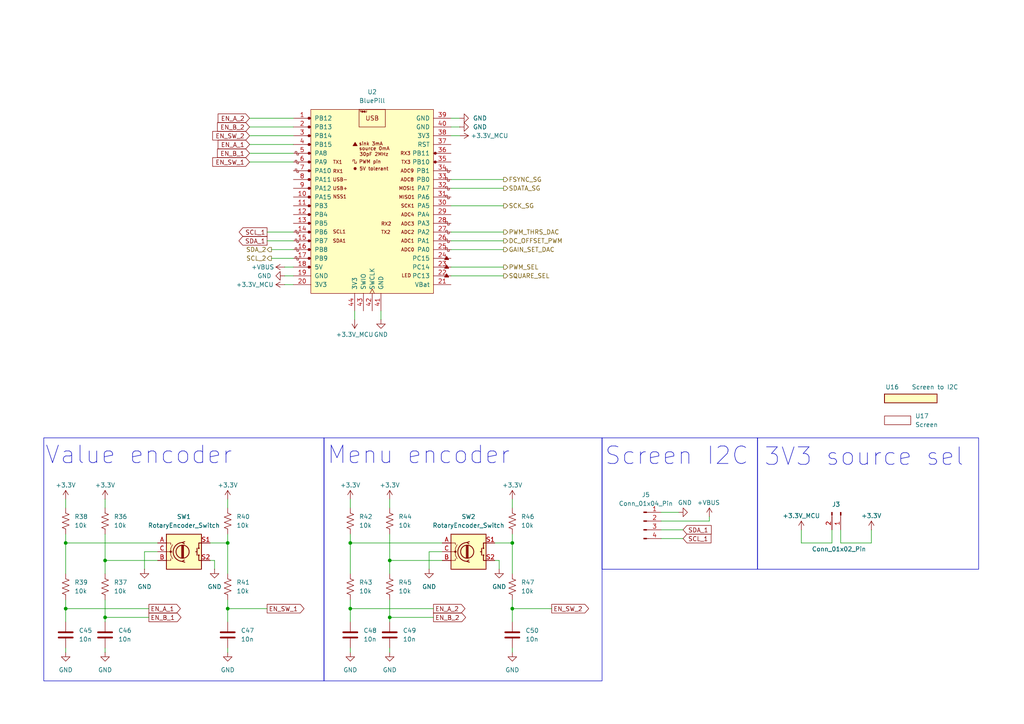
<source format=kicad_sch>
(kicad_sch (version 20231120) (generator "eeschema") (generator_version "8.0")
  (paper "A4")
  (lib_symbols
    (symbol "Connector:Conn_01x02_Pin" (pin_names (offset 1.016) hide)
      (property "Reference" "J" (at 0 2.54 0))
      (property "Value" "Conn_01x02_Pin" (at 0 -5.08 0))
      (symbol "Conn_01x02_Pin_1_1"
        (polyline (pts (xy 1.27 -2.54) (xy 0.8636 -2.54)) (stroke (width 0.1524)))
        (polyline (pts (xy 1.27 0) (xy 0.8636 0)) (stroke (width 0.1524)))
        (rectangle (start 0.8636 -2.413) (end 0 -2.667) (stroke (width 0.1524)) (fill (type outline)))
        (rectangle (start 0.8636 0.127) (end 0 -0.127) (stroke (width 0.1524)) (fill (type outline)))
        (pin passive line (at 5.08 0 180) (length 3.81) (name "Pin_1") (number "1"))
        (pin passive line (at 5.08 -2.54 180) (length 3.81) (name "Pin_2") (number "2"))
      )
    )
    (symbol "Connector:Conn_01x04_Pin" (pin_names (offset 1.016) hide)
      (property "Reference" "J" (at 0 5.08 0))
      (property "Value" "Conn_01x04_Pin" (at 0 -7.62 0))
      (symbol "Conn_01x04_Pin_1_1"
        (polyline (pts (xy 1.27 -5.08) (xy 0.8636 -5.08)) (stroke (width 0.1524)))
        (polyline (pts (xy 1.27 -2.54) (xy 0.8636 -2.54)) (stroke (width 0.1524)))
        (polyline (pts (xy 1.27 0) (xy 0.8636 0)) (stroke (width 0.1524)))
        (polyline (pts (xy 1.27 2.54) (xy 0.8636 2.54)) (stroke (width 0.1524)))
        (rectangle (start 0.8636 -4.953) (end 0 -5.207) (stroke (width 0.1524)) (fill (type outline)))
        (rectangle (start 0.8636 -2.413) (end 0 -2.667) (stroke (width 0.1524)) (fill (type outline)))
        (rectangle (start 0.8636 0.127) (end 0 -0.127) (stroke (width 0.1524)) (fill (type outline)))
        (rectangle (start 0.8636 2.667) (end 0 2.413) (stroke (width 0.1524)) (fill (type outline)))
        (pin passive line (at 5.08 2.54 180) (length 3.81) (name "Pin_1") (number "1"))
        (pin passive line (at 5.08 0 180) (length 3.81) (name "Pin_2") (number "2"))
        (pin passive line (at 5.08 -2.54 180) (length 3.81) (name "Pin_3") (number "3"))
        (pin passive line (at 5.08 -5.08 180) (length 3.81) (name "Pin_4") (number "4"))
      )
    )
    (symbol "Device:C" (pin_numbers hide) (pin_names (offset 0.254))
      (property "Reference" "C" (at 0.635 2.54 0))
      (property "Value" "C" (at 0.635 -2.54 0))
      (symbol "C_0_1"
        (polyline (pts (xy -2.032 -0.762) (xy 2.032 -0.762)) (stroke (width 0.508)))
        (polyline (pts (xy -2.032 0.762) (xy 2.032 0.762)) (stroke (width 0.508)))
      )
      (symbol "C_1_1"
        (pin passive line (at 0 3.81 270) (length 2.794) (name "~") (number "1"))
        (pin passive line (at 0 -3.81 90) (length 2.794) (name "~") (number "2"))
      )
    )
    (symbol "Device:R_US" (pin_numbers hide) (pin_names (offset 0))
      (property "Reference" "R" (at 2.54 0 90))
      (property "Value" "R_US" (at -2.54 0 90))
      (symbol "R_US_0_1"
        (polyline (pts (xy 0 -2.286) (xy 0 -2.54)))
        (polyline (pts (xy 0 2.286) (xy 0 2.54)))
        (polyline (pts (xy 0 -0.762) (xy 1.016 -1.143) (xy 0 -1.524) (xy -1.016 -1.905) (xy 0 -2.286)))
        (polyline (pts (xy 0 0.762) (xy 1.016 0.381) (xy 0 0) (xy -1.016 -0.381) (xy 0 -0.762)))
        (polyline (pts (xy 0 2.286) (xy 1.016 1.905) (xy 0 1.524) (xy -1.016 1.143) (xy 0 0.762)))
      )
      (symbol "R_US_1_1"
        (pin passive line (at 0 3.81 270) (length 1.27) (name "~") (number "1"))
        (pin passive line (at 0 -3.81 90) (length 1.27) (name "~") (number "2"))
      )
    )
    (symbol "PSG:20x4_screen"
      (property "Reference" "U" (at 0.762 1.27 0))
      (property "Value" "Screen" (at 3.048 -1.27 0))
      (symbol "20x4_screen_0_1"
        (rectangle (start 0 -2.54) (end 7.62 -5.08))
      )
    )
    (symbol "PSG:BluePill" (pin_names (offset 1.016))
      (property "Reference" "U" (at -15.24 27.94 0))
      (property "Value" "BluePill" (at 7.62 27.686 0))
      (symbol "BluePill_0_0"
        (circle (center -18.288 -20.32) (radius 0.3556) (fill (type outline)))
        (circle (center -18.288 -17.78) (radius 0.3556) (fill (type outline)))
        (circle (center -18.288 -15.24) (radius 0.3556) (fill (type outline)))
        (circle (center -18.288 -12.7) (radius 0.3556) (fill (type outline)))
        (circle (center -18.288 -10.16) (radius 0.3556) (fill (type outline)))
        (circle (center -18.288 -7.62) (radius 0.3556) (fill (type outline)))
        (circle (center -18.288 -5.08) (radius 0.3556) (fill (type outline)))
        (circle (center -18.288 -2.54) (radius 0.3556) (fill (type outline)))
        (circle (center -18.288 0) (radius 0.3556) (fill (type outline)))
        (circle (center -18.288 2.54) (radius 0.3556) (fill (type outline)))
        (circle (center -18.288 5.08) (radius 0.3556) (fill (type outline)))
        (circle (center -18.288 7.62) (radius 0.3556) (fill (type outline)))
        (circle (center -18.288 10.16) (radius 0.3556) (fill (type outline)))
        (circle (center -18.288 12.7) (radius 0.3556) (fill (type outline)))
        (circle (center -18.288 15.24) (radius 0.3556) (fill (type outline)))
        (circle (center -18.288 17.78) (radius 0.3556) (fill (type outline)))
        (circle (center -18.288 22.86) (radius 0.3556) (fill (type outline)))
        (circle (center -4.953 8.255) (radius 0.127) (fill (type outline)))
        (circle (center -4.953 8.255) (radius 0.254))
        (circle (center -4.953 8.255) (radius 0.3556))
        (polyline (pts (xy -5.588 14.859) (xy -4.953 15.875) (xy -4.318 14.859) (xy -5.588 14.859) (xy -4.953 15.748) (xy -4.445 14.859) (xy -5.461 14.986) (xy -4.953 15.621) (xy -4.572 14.859) (xy -5.334 15.113) (xy -4.826 15.494) (xy -4.699 14.859) (xy -5.207 15.24) (xy -4.699 15.367) (xy -4.826 14.986) (xy -5.08 15.24) (xy -4.826 15.113) (xy -4.953 15.367)))
        (polyline (pts (xy 20.955 -23.241) (xy 21.59 -22.225) (xy 22.225 -23.241) (xy 20.955 -23.241) (xy 21.59 -22.352) (xy 22.098 -23.241) (xy 21.082 -23.114) (xy 21.59 -22.479) (xy 21.971 -23.241) (xy 21.209 -22.987) (xy 21.717 -22.606) (xy 21.844 -23.241) (xy 21.336 -22.86) (xy 21.844 -22.733) (xy 21.717 -23.114) (xy 21.463 -22.86) (xy 21.717 -22.987) (xy 21.59 -22.733)))
        (polyline (pts (xy 20.955 -20.701) (xy 21.59 -19.685) (xy 22.225 -20.701) (xy 20.955 -20.701) (xy 21.59 -19.812) (xy 22.098 -20.701) (xy 21.082 -20.574) (xy 21.59 -19.939) (xy 21.971 -20.701) (xy 21.209 -20.447) (xy 21.717 -20.066) (xy 21.844 -20.701) (xy 21.336 -20.32) (xy 21.844 -20.193) (xy 21.717 -20.574) (xy 21.463 -20.32) (xy 21.717 -20.447) (xy 21.59 -20.193)))
        (polyline (pts (xy 20.955 -18.161) (xy 21.59 -17.145) (xy 22.225 -18.161) (xy 20.955 -18.161) (xy 21.59 -17.272) (xy 22.098 -18.161) (xy 21.082 -18.034) (xy 21.59 -17.399) (xy 21.971 -18.161) (xy 21.209 -17.907) (xy 21.717 -17.526) (xy 21.844 -18.161) (xy 21.336 -17.78) (xy 21.844 -17.653) (xy 21.717 -18.034) (xy 21.463 -17.78) (xy 21.717 -17.907) (xy 21.59 -17.653)))
        (circle (center 18.288 10.16) (radius 0.254) (fill (type outline)))
        (circle (center 18.288 10.16) (radius 0.3556))
        (circle (center 18.288 12.7) (radius 0.254) (fill (type outline)))
        (circle (center 18.288 12.7) (radius 0.3556))
        (text "30pF 2MHz" (at 0.508 12.446 0) (effects (font (size 0.9906 0.9906))))
        (text "5V tolerant" (at 0.508 8.255 0) (effects (font (size 0.9906 0.9906))))
        (text "ADC0" (at 10.287 -15.24 0) (effects (font (size 0.9906 0.9906))))
        (text "ADC1" (at 10.287 -12.7 0) (effects (font (size 0.9906 0.9906))))
        (text "ADC2" (at 10.287 -10.16 0) (effects (font (size 0.9906 0.9906))))
        (text "ADC3" (at 10.287 -7.747 0) (effects (font (size 0.9906 0.9906))))
        (text "ADC4" (at 10.287 -5.08 0) (effects (font (size 0.9906 0.9906))))
        (text "ADC8" (at 10.16 5.08 0) (effects (font (size 0.9906 0.9906))))
        (text "ADC9" (at 10.16 7.62 0) (effects (font (size 0.9906 0.9906))))
        (text "LED" (at 9.906 -22.733 0) (effects (font (size 0.9906 0.9906))))
        (text "MISO1" (at 10.033 0 0) (effects (font (size 0.9906 0.9906))))
        (text "MOSI1" (at 10.033 2.54 0) (effects (font (size 0.9906 0.9906))))
        (text "NSS1" (at -9.398 0.127 0) (effects (font (size 0.9906 0.9906))))
        (text "PWM pin" (at -0.635 10.287 0) (effects (font (size 0.9906 0.9906))))
        (text "RX1" (at -9.906 7.493 0) (effects (font (size 0.9906 0.9906))))
        (text "RX2" (at 4.064 -7.747 0) (effects (font (size 0.9906 0.9906))))
        (text "RX3" (at 9.652 12.7 0) (effects (font (size 0.9906 0.9906))))
        (text "SCK1" (at 10.287 -2.54 0) (effects (font (size 0.9906 0.9906))))
        (text "SCL1" (at -9.525 -10.033 0) (effects (font (size 0.9906 0.9906))))
        (text "SDA1" (at -9.525 -12.7 0) (effects (font (size 0.9906 0.9906))))
        (text "sink 3mA" (at -0.381 15.494 0) (effects (font (size 0.9906 0.9906))))
        (text "source 0mA" (at 0.635 14.097 0) (effects (font (size 0.9906 0.9906))))
        (text "TX1" (at -10.033 10.16 0) (effects (font (size 0.9906 0.9906))))
        (text "TX2" (at 3.937 -10.16 0) (effects (font (size 0.9906 0.9906))))
        (text "TX3" (at 9.779 10.16 0) (effects (font (size 0.9906 0.9906))))
        (text "USB" (at 0 22.86 0) (effects (font (size 1.27 1.27))))
        (text "USB+" (at -9.271 2.54 0) (effects (font (size 0.9906 0.9906))))
        (text "USB-" (at -9.271 5.08 0) (effects (font (size 0.9906 0.9906))))
        (text "Y@@J" (at -2.5654 24.8412 0) (effects (font (size 0.508 0.508))))
      )
      (symbol "BluePill_0_1"
        (rectangle (start -17.78 25.4) (end 17.78 -27.94) (fill (type background)))
        (polyline (pts (xy -21.336 -17.78) (xy -21.336 -18.288) (xy -21.844 -18.288) (xy -21.844 -17.272) (xy -22.352 -17.272) (xy -22.352 -17.78)))
        (polyline (pts (xy -21.336 -15.24) (xy -21.336 -15.748) (xy -21.844 -15.748) (xy -21.844 -14.732) (xy -22.352 -14.732) (xy -22.352 -15.24)))
        (polyline (pts (xy -21.336 -12.7) (xy -21.336 -13.208) (xy -21.844 -13.208) (xy -21.844 -12.192) (xy -22.352 -12.192) (xy -22.352 -12.7)))
        (polyline (pts (xy -21.336 -10.16) (xy -21.336 -10.668) (xy -21.844 -10.668) (xy -21.844 -9.652) (xy -22.352 -9.652) (xy -22.352 -10.16)))
        (polyline (pts (xy -21.336 7.62) (xy -21.336 7.112) (xy -21.844 7.112) (xy -21.844 8.128) (xy -22.352 8.128) (xy -22.352 7.62)))
        (polyline (pts (xy -21.336 10.16) (xy -21.336 9.652) (xy -21.844 9.652) (xy -21.844 10.668) (xy -22.352 10.668) (xy -22.352 10.16)))
        (polyline (pts (xy -21.336 12.7) (xy -21.336 12.192) (xy -21.844 12.192) (xy -21.844 13.208) (xy -22.352 13.208) (xy -22.352 12.7)))
        (polyline (pts (xy -4.572 10.287) (xy -4.572 9.779) (xy -5.08 9.779) (xy -5.08 10.795) (xy -5.588 10.795) (xy -5.588 10.287)))
        (polyline (pts (xy 22.352 -15.24) (xy 22.352 -15.748) (xy 21.844 -15.748) (xy 21.844 -14.732) (xy 21.336 -14.732) (xy 21.336 -15.24)))
        (polyline (pts (xy 22.352 -12.7) (xy 22.352 -13.208) (xy 21.844 -13.208) (xy 21.844 -12.192) (xy 21.336 -12.192) (xy 21.336 -12.7)))
        (polyline (pts (xy 22.352 -10.16) (xy 22.352 -10.668) (xy 21.844 -10.668) (xy 21.844 -9.652) (xy 21.336 -9.652) (xy 21.336 -10.16)))
        (polyline (pts (xy 22.352 -7.62) (xy 22.352 -8.128) (xy 21.844 -8.128) (xy 21.844 -7.112) (xy 21.336 -7.112) (xy 21.336 -7.62)))
        (polyline (pts (xy 22.352 0) (xy 22.352 -0.508) (xy 21.844 -0.508) (xy 21.844 0.508) (xy 21.336 0.508) (xy 21.336 0)))
        (polyline (pts (xy 22.352 2.54) (xy 22.352 2.032) (xy 21.844 2.032) (xy 21.844 3.048) (xy 21.336 3.048) (xy 21.336 2.54)))
        (polyline (pts (xy 22.352 5.08) (xy 22.352 4.572) (xy 21.844 4.572) (xy 21.844 5.588) (xy 21.336 5.588) (xy 21.336 5.08)))
        (polyline (pts (xy 22.352 7.62) (xy 22.352 7.112) (xy 21.844 7.112) (xy 21.844 8.128) (xy 21.336 8.128) (xy 21.336 7.62)))
        (rectangle (start 3.81 25.4) (end -3.81 20.32))
      )
      (symbol "BluePill_1_1"
        (circle (center -18.288 20.32) (radius 0.3556) (fill (type outline)))
        (pin bidirectional line (at -22.86 22.86 0) (length 5.08) (name "PB12") (number "1"))
        (pin bidirectional line (at -22.86 0 0) (length 5.08) (name "PA15") (number "10"))
        (pin bidirectional line (at -22.86 -2.54 0) (length 5.08) (name "PB3") (number "11"))
        (pin bidirectional line (at -22.86 -5.08 0) (length 5.08) (name "PB4") (number "12"))
        (pin bidirectional line (at -22.86 -7.62 0) (length 5.08) (name "PB5") (number "13"))
        (pin bidirectional line (at -22.86 -10.16 0) (length 5.08) (name "PB6") (number "14"))
        (pin bidirectional line (at -22.86 -12.7 0) (length 5.08) (name "PB7") (number "15"))
        (pin bidirectional line (at -22.86 -15.24 0) (length 5.08) (name "PB8") (number "16"))
        (pin bidirectional line (at -22.86 -17.78 0) (length 5.08) (name "PB9") (number "17"))
        (pin power_in line (at -22.86 -20.32 0) (length 5.08) (name "5V") (number "18"))
        (pin power_in line (at -22.86 -22.86 0) (length 5.08) (name "GND") (number "19"))
        (pin bidirectional line (at -22.86 20.32 0) (length 5.08) (name "PB13") (number "2"))
        (pin power_in line (at -22.86 -25.4 0) (length 5.08) (name "3V3") (number "20"))
        (pin power_in line (at 22.86 -25.4 180) (length 5.08) (name "VBat") (number "21"))
        (pin bidirectional line (at 22.86 -22.86 180) (length 5.08) (name "PC13") (number "22"))
        (pin bidirectional line (at 22.86 -20.32 180) (length 5.08) (name "PC14") (number "23"))
        (pin bidirectional line (at 22.86 -17.78 180) (length 5.08) (name "PC15") (number "24"))
        (pin bidirectional line (at 22.86 -15.24 180) (length 5.08) (name "PA0") (number "25"))
        (pin bidirectional line (at 22.86 -12.7 180) (length 5.08) (name "PA1") (number "26"))
        (pin bidirectional line (at 22.86 -10.16 180) (length 5.08) (name "PA2") (number "27"))
        (pin bidirectional line (at 22.86 -7.62 180) (length 5.08) (name "PA3") (number "28"))
        (pin bidirectional line (at 22.86 -5.08 180) (length 5.08) (name "PA4") (number "29"))
        (pin bidirectional line (at -22.86 17.78 0) (length 5.08) (name "PB14") (number "3"))
        (pin bidirectional line (at 22.86 -2.54 180) (length 5.08) (name "PA5") (number "30"))
        (pin bidirectional line (at 22.86 0 180) (length 5.08) (name "PA6") (number "31"))
        (pin bidirectional line (at 22.86 2.54 180) (length 5.08) (name "PA7") (number "32"))
        (pin bidirectional line (at 22.86 5.08 180) (length 5.08) (name "PB0") (number "33"))
        (pin bidirectional line (at 22.86 7.62 180) (length 5.08) (name "PB1") (number "34"))
        (pin bidirectional line (at 22.86 10.16 180) (length 5.08) (name "PB10") (number "35"))
        (pin bidirectional line (at 22.86 12.7 180) (length 5.08) (name "PB11") (number "36"))
        (pin input line (at 22.86 15.24 180) (length 5.08) (name "RST") (number "37"))
        (pin power_in line (at 22.86 17.78 180) (length 5.08) (name "3V3") (number "38"))
        (pin power_in line (at 22.86 22.86 180) (length 5.08) (name "GND") (number "39"))
        (pin bidirectional line (at -22.86 15.24 0) (length 5.08) (name "PB15") (number "4"))
        (pin power_in line (at 22.86 20.32 180) (length 5.08) (name "GND") (number "40"))
        (pin power_in line (at 2.54 -33.02 90) (length 5.08) (name "GND") (number "41"))
        (pin bidirectional clock (at 0 -33.02 90) (length 5.08) (name "SWCLK") (number "42"))
        (pin bidirectional line (at -2.54 -33.02 90) (length 5.08) (name "SWIO") (number "43"))
        (pin power_in line (at -5.08 -33.02 90) (length 5.08) (name "3V3") (number "44"))
        (pin bidirectional line (at -22.86 12.7 0) (length 5.08) (name "PA8") (number "5"))
        (pin bidirectional line (at -22.86 10.16 0) (length 5.08) (name "PA9") (number "6"))
        (pin bidirectional line (at -22.86 7.62 0) (length 5.08) (name "PA10") (number "7"))
        (pin bidirectional line (at -22.86 5.08 0) (length 5.08) (name "PA11") (number "8"))
        (pin bidirectional line (at -22.86 2.54 0) (length 5.08) (name "PA12") (number "9"))
      )
    )
    (symbol "PSG:RotaryEncoder_Switch" (pin_names (offset 0.254) hide)
      (property "Reference" "SW" (at 0 6.604 0))
      (property "Value" "RotaryEncoder_Switch" (at 0 -6.604 0))
      (symbol "RotaryEncoder_Switch_0_1"
        (rectangle (start -5.08 5.08) (end 5.08 -5.08) (stroke (width 0.254)) (fill (type background)))
        (circle (center -3.81 0) (radius 0.254) (fill (type outline)))
        (circle (center -0.381 0) (radius 1.905) (stroke (width 0.254)))
        (arc (start -0.381 2.667) (mid -3.0988 -0.0635) (end -0.381 -2.794) (stroke (width 0.254)))
        (polyline (pts (xy -0.635 -1.778) (xy -0.635 1.778)) (stroke (width 0.254)))
        (polyline (pts (xy -0.381 -1.778) (xy -0.381 1.778)) (stroke (width 0.254)))
        (polyline (pts (xy -0.127 1.778) (xy -0.127 -1.778)) (stroke (width 0.254)))
        (polyline (pts (xy 3.81 0) (xy 3.429 0)) (stroke (width 0.254)))
        (polyline (pts (xy 3.81 1.016) (xy 3.81 -1.016)) (stroke (width 0.254)))
        (polyline (pts (xy -5.08 -2.54) (xy -3.81 -2.54) (xy -3.81 -2.032)))
        (polyline (pts (xy -5.08 2.54) (xy -3.81 2.54) (xy -3.81 2.032)))
        (polyline (pts (xy 0.254 -3.048) (xy -0.508 -2.794) (xy 0.127 -2.413)) (stroke (width 0.254)))
        (polyline (pts (xy 0.254 2.921) (xy -0.508 2.667) (xy 0.127 2.286)) (stroke (width 0.254)))
        (polyline (pts (xy 5.08 -2.54) (xy 4.318 -2.54) (xy 4.318 -1.016)) (stroke (width 0.254)))
        (polyline (pts (xy 5.08 2.54) (xy 4.318 2.54) (xy 4.318 1.016)) (stroke (width 0.254)))
        (polyline (pts (xy -5.08 0) (xy -3.81 0) (xy -3.81 -1.016) (xy -3.302 -2.032)))
        (polyline (pts (xy -4.318 0) (xy -3.81 0) (xy -3.81 1.016) (xy -3.302 2.032)))
        (circle (center 4.318 -1.016) (radius 0.127) (stroke (width 0.254)))
        (circle (center 4.318 1.016) (radius 0.127) (stroke (width 0.254)))
      )
      (symbol "RotaryEncoder_Switch_1_1"
        (pin passive line (at -7.62 2.54 0) (length 2.54) (name "A") (number "A"))
        (pin passive line (at -7.62 -2.54 0) (length 2.54) (name "B") (number "B"))
        (pin passive line (at -7.62 0 0) (length 2.54) (name "C") (number "C"))
        (pin passive line (at 7.62 2.54 180) (length 2.54) (name "S1") (number "S1"))
        (pin passive line (at 7.62 -2.54 180) (length 2.54) (name "S2") (number "S2"))
      )
    )
    (symbol "PSG:Screen_to_I2C"
      (property "Reference" "U" (at 0.508 4.572 0))
      (symbol "Screen_to_I2C_0_1"
        (rectangle (start 0 0) (end 15.24 -2.54) (stroke (width 0.254)) (fill (type background)))
      )
    )
    (symbol "power:+5V" (power) (pin_numbers hide) (pin_names (offset 0) hide)
      (property "Value" "+5V" (at 0 3.556 0))
      (symbol "+5V_0_1"
        (polyline (pts (xy -0.762 1.27) (xy 0 2.54)))
        (polyline (pts (xy 0 0) (xy 0 2.54)))
        (polyline (pts (xy 0 2.54) (xy 0.762 1.27)))
      )
      (symbol "+5V_1_1"
        (pin power_in line (at 0 0 90) (length 0) (name "~") (number "1"))
      )
    )
    (symbol "power:GND" (power) (pin_numbers hide) (pin_names (offset 0) hide)
      (property "Value" "GND" (at 0 -3.81 0))
      (symbol "GND_0_1"
        (polyline (pts (xy 0 0) (xy 0 -1.27) (xy 1.27 -1.27) (xy 0 -2.54) (xy -1.27 -1.27) (xy 0 -1.27)))
      )
      (symbol "GND_1_1"
        (pin power_in line (at 0 0 270) (length 0) (name "~") (number "1"))
      )
    )
  )
  (junction (at 30.48 162.56))
  (junction (at 101.6 157.48))
  (junction (at 30.48 179.07))
  (junction (at 66.04 157.48))
  (junction (at 113.03 179.07))
  (junction (at 19.05 157.48))
  (junction (at 113.03 162.56))
  (junction (at 148.59 176.53))
  (junction (at 19.05 176.53))
  (junction (at 101.6 176.53))
  (junction (at 66.04 176.53))
  (junction (at 148.59 157.48))
  (wire (pts (xy 113.03 147.32) (xy 113.03 144.78)))
  (wire (pts (xy 30.48 179.07) (xy 30.48 180.34)))
  (wire (pts (xy 77.47 69.85) (xy 85.09 69.85)))
  (wire (pts (xy 130.81 69.85) (xy 146.05 69.85)))
  (wire (pts (xy 66.04 176.53) (xy 66.04 180.34)))
  (wire (pts (xy 148.59 187.96) (xy 148.59 189.23)))
  (wire (pts (xy 110.49 92.71) (xy 110.49 90.17)))
  (wire (pts (xy 148.59 176.53) (xy 160.02 176.53)))
  (wire (pts (xy 113.03 162.56) (xy 113.03 166.37)))
  (wire (pts (xy 130.81 80.01) (xy 146.05 80.01)))
  (wire (pts (xy 148.59 147.32) (xy 148.59 144.78)))
  (wire (pts (xy 241.3 153.67) (xy 241.3 157.48)))
  (wire (pts (xy 30.48 162.56) (xy 30.48 166.37)))
  (wire (pts (xy 30.48 179.07) (xy 43.18 179.07)))
  (wire (pts (xy 252.73 157.48) (xy 243.84 157.48)))
  (wire (pts (xy 78.74 72.39) (xy 85.09 72.39)))
  (wire (pts (xy 82.55 77.47) (xy 85.09 77.47)))
  (wire (pts (xy 82.55 80.01) (xy 85.09 80.01)))
  (wire (pts (xy 148.59 157.48) (xy 148.59 166.37)))
  (wire (pts (xy 232.41 157.48) (xy 232.41 153.67)))
  (wire (pts (xy 102.87 92.71) (xy 102.87 90.17)))
  (wire (pts (xy 62.23 162.56) (xy 62.23 165.1)))
  (wire (pts (xy 191.77 153.67) (xy 198.12 153.67)))
  (wire (pts (xy 30.48 187.96) (xy 30.48 189.23)))
  (wire (pts (xy 191.77 156.21) (xy 198.12 156.21)))
  (wire (pts (xy 19.05 147.32) (xy 19.05 144.78)))
  (wire (pts (xy 19.05 157.48) (xy 19.05 166.37)))
  (wire (pts (xy 72.39 34.29) (xy 85.09 34.29)))
  (wire (pts (xy 113.03 179.07) (xy 113.03 180.34)))
  (wire (pts (xy 30.48 173.99) (xy 30.48 179.07)))
  (wire (pts (xy 191.77 151.13) (xy 205.74 151.13)))
  (wire (pts (xy 124.46 160.02) (xy 128.27 160.02)))
  (wire (pts (xy 66.04 187.96) (xy 66.04 189.23)))
  (wire (pts (xy 101.6 157.48) (xy 128.27 157.48)))
  (wire (pts (xy 30.48 147.32) (xy 30.48 144.78)))
  (wire (pts (xy 143.51 157.48) (xy 148.59 157.48)))
  (wire (pts (xy 252.73 153.67) (xy 252.73 157.48)))
  (wire (pts (xy 19.05 176.53) (xy 43.18 176.53)))
  (wire (pts (xy 19.05 154.94) (xy 19.05 157.48)))
  (wire (pts (xy 72.39 44.45) (xy 85.09 44.45)))
  (wire (pts (xy 133.35 36.83) (xy 130.81 36.83)))
  (wire (pts (xy 77.47 67.31) (xy 85.09 67.31)))
  (wire (pts (xy 101.6 157.48) (xy 101.6 166.37)))
  (wire (pts (xy 241.3 157.48) (xy 232.41 157.48)))
  (wire (pts (xy 78.74 74.93) (xy 85.09 74.93)))
  (wire (pts (xy 72.39 36.83) (xy 85.09 36.83)))
  (wire (pts (xy 82.55 82.55) (xy 85.09 82.55)))
  (wire (pts (xy 66.04 176.53) (xy 77.47 176.53)))
  (wire (pts (xy 243.84 157.48) (xy 243.84 153.67)))
  (wire (pts (xy 19.05 173.99) (xy 19.05 176.53)))
  (wire (pts (xy 30.48 154.94) (xy 30.48 162.56)))
  (wire (pts (xy 205.74 149.86) (xy 205.74 151.13)))
  (wire (pts (xy 72.39 41.91) (xy 85.09 41.91)))
  (wire (pts (xy 101.6 176.53) (xy 125.73 176.53)))
  (wire (pts (xy 130.81 54.61) (xy 146.05 54.61)))
  (wire (pts (xy 113.03 187.96) (xy 113.03 189.23)))
  (wire (pts (xy 196.85 148.59) (xy 191.77 148.59)))
  (wire (pts (xy 113.03 162.56) (xy 128.27 162.56)))
  (wire (pts (xy 101.6 154.94) (xy 101.6 157.48)))
  (wire (pts (xy 101.6 176.53) (xy 101.6 180.34)))
  (wire (pts (xy 148.59 173.99) (xy 148.59 176.53)))
  (wire (pts (xy 19.05 187.96) (xy 19.05 189.23)))
  (wire (pts (xy 130.81 59.69) (xy 146.05 59.69)))
  (wire (pts (xy 19.05 157.48) (xy 45.72 157.48)))
  (wire (pts (xy 124.46 165.1) (xy 124.46 160.02)))
  (wire (pts (xy 130.81 67.31) (xy 146.05 67.31)))
  (wire (pts (xy 130.81 72.39) (xy 146.05 72.39)))
  (wire (pts (xy 101.6 173.99) (xy 101.6 176.53)))
  (wire (pts (xy 62.23 162.56) (xy 60.96 162.56)))
  (wire (pts (xy 41.91 165.1) (xy 41.91 160.02)))
  (wire (pts (xy 113.03 179.07) (xy 125.73 179.07)))
  (wire (pts (xy 72.39 39.37) (xy 85.09 39.37)))
  (wire (pts (xy 144.78 162.56) (xy 143.51 162.56)))
  (wire (pts (xy 130.81 52.07) (xy 146.05 52.07)))
  (wire (pts (xy 101.6 187.96) (xy 101.6 189.23)))
  (wire (pts (xy 133.35 34.29) (xy 130.81 34.29)))
  (wire (pts (xy 130.81 77.47) (xy 146.05 77.47)))
  (wire (pts (xy 66.04 157.48) (xy 66.04 166.37)))
  (wire (pts (xy 113.03 154.94) (xy 113.03 162.56)))
  (wire (pts (xy 66.04 154.94) (xy 66.04 157.48)))
  (wire (pts (xy 30.48 162.56) (xy 45.72 162.56)))
  (wire (pts (xy 101.6 147.32) (xy 101.6 144.78)))
  (wire (pts (xy 66.04 173.99) (xy 66.04 176.53)))
  (wire (pts (xy 148.59 176.53) (xy 148.59 180.34)))
  (wire (pts (xy 66.04 147.32) (xy 66.04 144.78)))
  (wire (pts (xy 72.39 46.99) (xy 85.09 46.99)))
  (wire (pts (xy 41.91 160.02) (xy 45.72 160.02)))
  (wire (pts (xy 133.35 39.37) (xy 130.81 39.37)))
  (wire (pts (xy 60.96 157.48) (xy 66.04 157.48)))
  (wire (pts (xy 113.03 173.99) (xy 113.03 179.07)))
  (wire (pts (xy 148.59 154.94) (xy 148.59 157.48)))
  (wire (pts (xy 19.05 176.53) (xy 19.05 180.34)))
  (wire (pts (xy 144.78 162.56) (xy 144.78 165.1)))
  (rectangle (start 219.71 127) (end 283.845 165.1))
  (rectangle (start 12.7 127) (end 93.98 197.485))
  (rectangle (start 174.625 127) (end 219.71 165.1))
  (rectangle (start 93.98 127) (end 174.625 197.485))
  (text "Screen I2C" (at 175.26 132.334 0) (effects (font (size 5.08 5.08)) (justify left)))
  (text "Menu encoder" (at 94.742 132.08 0) (effects (font (size 5.08 5.08)) (justify left)))
  (text "3V3 source sel" (at 221.488 132.588 0) (effects (font (size 5.08 5.08)) (justify left)))
  (text "Value encoder" (at 12.954 132.08 0) (effects (font (size 5.08 5.08)) (justify left)))
  (global_label "EN_B_2" (shape input) (at 72.39 36.83 180) (property "Intersheetrefs" "${INTERSHEET_REFS}" (effects (hide yes))))
  (global_label "EN_SW_2" (shape output) (at 160.02 176.53 0) (property "Intersheetrefs" "${INTERSHEET_REFS}" (effects (hide yes))))
  (global_label "EN_SW_1" (shape output) (at 77.47 176.53 0) (property "Intersheetrefs" "${INTERSHEET_REFS}" (effects (hide yes))))
  (global_label "SCL_1" (shape input) (at 198.12 156.21 0) (property "Intersheetrefs" "${INTERSHEET_REFS}" (effects (hide yes))))
  (global_label "EN_B_1" (shape output) (at 43.18 179.07 0) (property "Intersheetrefs" "${INTERSHEET_REFS}" (effects (hide yes))))
  (global_label "EN_A_2" (shape input) (at 72.39 34.29 180) (property "Intersheetrefs" "${INTERSHEET_REFS}" (effects (hide yes))))
  (global_label "EN_SW_1" (shape input) (at 72.39 46.99 180) (property "Intersheetrefs" "${INTERSHEET_REFS}" (effects (hide yes))))
  (global_label "EN_B_1" (shape input) (at 72.39 44.45 180) (property "Intersheetrefs" "${INTERSHEET_REFS}" (effects (hide yes))))
  (global_label "EN_A_1" (shape output) (at 43.18 176.53 0) (property "Intersheetrefs" "${INTERSHEET_REFS}" (effects (hide yes))))
  (global_label "SCL_1" (shape output) (at 77.47 67.31 180) (property "Intersheetrefs" "${INTERSHEET_REFS}" (effects (hide yes))))
  (global_label "EN_B_2" (shape output) (at 125.73 179.07 0) (property "Intersheetrefs" "${INTERSHEET_REFS}" (effects (hide yes))))
  (global_label "SDA_1" (shape output) (at 77.47 69.85 180) (property "Intersheetrefs" "${INTERSHEET_REFS}" (effects (hide yes))))
  (global_label "EN_SW_2" (shape input) (at 72.39 39.37 180) (property "Intersheetrefs" "${INTERSHEET_REFS}" (effects (hide yes))))
  (global_label "EN_A_2" (shape output) (at 125.73 176.53 0) (property "Intersheetrefs" "${INTERSHEET_REFS}" (effects (hide yes))))
  (global_label "SDA_1" (shape input) (at 198.12 153.67 0) (property "Intersheetrefs" "${INTERSHEET_REFS}" (effects (hide yes))))
  (global_label "EN_A_1" (shape input) (at 72.39 41.91 180) (property "Intersheetrefs" "${INTERSHEET_REFS}" (effects (hide yes))))
  (hierarchical_label "GAIN_SET_DAC" (shape output) (at 146.05 72.39 0))
  (hierarchical_label "SQUARE_SEL" (shape output) (at 146.05 80.01 0))
  (hierarchical_label "PWM_THRS_DAC" (shape output) (at 146.05 67.31 0))
  (hierarchical_label "SDA_2" (shape output) (at 78.74 72.39 180))
  (hierarchical_label "SDATA_SG" (shape output) (at 146.05 54.61 0))
  (hierarchical_label "FSYNC_SG" (shape output) (at 146.05 52.07 0))
  (hierarchical_label "DC_OFFSET_PWM" (shape output) (at 146.05 69.85 0))
  (hierarchical_label "SCK_SG" (shape output) (at 146.05 59.69 0))
  (hierarchical_label "SCL_2" (shape output) (at 78.74 74.93 180))
  (hierarchical_label "PWM_SEL" (shape output) (at 146.05 77.47 0))
  (symbol (lib_id "Connector:Conn_01x02_Pin") (at 243.84 148.59 270) (unit 1)
    (property "Reference" "J3" (at 241.3 146.304 90) (effects (justify left)))
    (property "Value" "Conn_01x02_Pin" (at 235.458 159.258 90) (effects (justify left)))
    (property "Footprint" "Connector_PinHeader_2.54mm:PinHeader_1x02_P2.54mm_Vertical" (effects (hide yes)))
    (property "Description" "Generic connector, single row, 01x02, script generated" (effects (hide yes)))
  )
  (symbol (lib_id "Device:R_US") (at 19.05 151.13 180) (unit 1)
    (property "Reference" "R38" (at 21.59 149.8599 0) (effects (justify right)))
    (property "Value" "10k" (at 21.59 152.3999 0) (effects (justify right)))
    (property "Footprint" "Resistor_SMD:R_0603_1608Metric_Pad0.98x0.95mm_HandSolder" (effects (hide yes)))
    (property "Description" "Resistor, US symbol" (effects (hide yes)))
  )
  (symbol (lib_id "Device:R_US") (at 19.05 170.18 180) (unit 1)
    (property "Reference" "R39" (at 21.59 168.9099 0) (effects (justify right)))
    (property "Value" "10k" (at 21.59 171.4499 0) (effects (justify right)))
    (property "Footprint" "Resistor_SMD:R_0603_1608Metric_Pad0.98x0.95mm_HandSolder" (effects (hide yes)))
    (property "Description" "Resistor, US symbol" (effects (hide yes)))
  )
  (symbol (lib_id "Device:C") (at 148.59 184.15 180) (unit 1)
    (property "Reference" "C50" (at 152.4 182.8799 0) (effects (justify right)))
    (property "Value" "10n" (at 152.4 185.4199 0) (effects (justify right)))
    (property "Footprint" "Resistor_SMD:R_0603_1608Metric_Pad0.98x0.95mm_HandSolder" (effects (hide yes)))
  )
  (symbol (lib_id "power:+5V") (at 205.74 149.86 0) (unit 1)
    (property "Reference" "#PWR0120" (effects (hide yes)))
    (property "Value" "+VBUS" (at 205.486 145.796 0))
    (property "Description" "Power symbol creates a global label with name \"+5V\"" (effects (hide yes)))
  )
  (symbol (lib_id "Device:C") (at 30.48 184.15 180) (unit 1)
    (property "Reference" "C46" (at 34.29 182.8799 0) (effects (justify right)))
    (property "Value" "10n" (at 34.29 185.4199 0) (effects (justify right)))
    (property "Footprint" "Resistor_SMD:R_0603_1608Metric_Pad0.98x0.95mm_HandSolder" (effects (hide yes)))
  )
  (symbol (lib_id "Device:R_US") (at 113.03 151.13 180) (unit 1)
    (property "Reference" "R44" (at 115.57 149.8599 0) (effects (justify right)))
    (property "Value" "10k" (at 115.57 152.3999 0) (effects (justify right)))
    (property "Footprint" "Resistor_SMD:R_0603_1608Metric_Pad0.98x0.95mm_HandSolder" (effects (hide yes)))
    (property "Description" "Resistor, US symbol" (effects (hide yes)))
  )
  (symbol (lib_id "Device:R_US") (at 66.04 151.13 180) (unit 1)
    (property "Reference" "R40" (at 68.58 149.8599 0) (effects (justify right)))
    (property "Value" "10k" (at 68.58 152.3999 0) (effects (justify right)))
    (property "Footprint" "Resistor_SMD:R_0603_1608Metric_Pad0.98x0.95mm_HandSolder" (effects (hide yes)))
    (property "Description" "Resistor, US symbol" (effects (hide yes)))
  )
  (symbol (lib_id "Device:C") (at 113.03 184.15 180) (unit 1)
    (property "Reference" "C49" (at 116.84 182.8799 0) (effects (justify right)))
    (property "Value" "10n" (at 116.84 185.4199 0) (effects (justify right)))
    (property "Footprint" "Resistor_SMD:R_0603_1608Metric_Pad0.98x0.95mm_HandSolder" (effects (hide yes)))
  )
  (symbol (lib_id "Device:R_US") (at 66.04 170.18 180) (unit 1)
    (property "Reference" "R41" (at 68.58 168.9099 0) (effects (justify right)))
    (property "Value" "10k" (at 68.58 171.4499 0) (effects (justify right)))
    (property "Footprint" "Resistor_SMD:R_0603_1608Metric_Pad0.98x0.95mm_HandSolder" (effects (hide yes)))
    (property "Description" "Resistor, US symbol" (effects (hide yes)))
  )
  (symbol (lib_id "power:+5V") (at 133.35 39.37 270) (unit 1)
    (property "Reference" "#PWR098" (effects (hide yes)))
    (property "Value" "+3.3V_MCU" (at 141.986 39.37 90))
    (property "Description" "Power symbol creates a global label with name \"+5V\"" (effects (hide yes)))
  )
  (symbol (lib_id "power:+5V") (at 101.6 144.78 0) (unit 1)
    (property "Reference" "#PWR0131" (effects (hide yes)))
    (property "Value" "+3.3V" (at 101.6 140.716 0))
    (property "Description" "Power symbol creates a global label with name \"+5V\"" (effects (hide yes)))
  )
  (symbol (lib_id "Connector:Conn_01x04_Pin") (at 186.69 151.13 0) (unit 1)
    (property "Reference" "J5" (at 187.325 143.51 0))
    (property "Value" "Conn_01x04_Pin" (at 187.325 146.05 0))
    (property "Footprint" "Connector_PinHeader_2.54mm:PinHeader_1x04_P2.54mm_Vertical" (effects (hide yes)))
    (property "Description" "Generic connector, single row, 01x04, script generated" (effects (hide yes)))
  )
  (symbol (lib_id "power:+5V") (at 82.55 82.55 90) (unit 1)
    (property "Reference" "#PWR0100" (effects (hide yes)))
    (property "Value" "+3.3V_MCU" (at 73.914 82.55 90))
    (property "Description" "Power symbol creates a global label with name \"+5V\"" (effects (hide yes)))
  )
  (symbol (lib_id "power:GND") (at 110.49 92.71 0) (unit 1)
    (property "Reference" "#PWR057" (effects (hide yes)))
    (property "Value" "GND" (at 112.522 97.028 0) (effects (justify right)))
    (property "Description" "Power symbol creates a global label with name \"GND\" , ground" (effects (hide yes)))
  )
  (symbol (lib_id "Device:C") (at 101.6 184.15 180) (unit 1)
    (property "Reference" "C48" (at 105.41 182.8799 0) (effects (justify right)))
    (property "Value" "10n" (at 105.41 185.4199 0) (effects (justify right)))
    (property "Footprint" "Resistor_SMD:R_0603_1608Metric_Pad0.98x0.95mm_HandSolder" (effects (hide yes)))
  )
  (symbol (lib_id "PSG:RotaryEncoder_Switch") (at 135.89 160.02 0) (unit 1)
    (property "Reference" "SW2" (at 135.89 149.86 0))
    (property "Value" "RotaryEncoder_Switch" (at 135.89 152.4 0))
    (property "Footprint" "PSG:RotaryEncoder_Bourns_Vertical_PEC12R-3x17F-Sxxxx" (effects (hide yes)))
    (property "Description" "Rotary encoder, dual channel, incremental quadrate outputs, with switch" (effects (hide yes)))
  )
  (symbol (lib_id "power:+5V") (at 19.05 144.78 0) (unit 1)
    (property "Reference" "#PWR0126" (effects (hide yes)))
    (property "Value" "+3.3V" (at 19.05 140.716 0))
    (property "Description" "Power symbol creates a global label with name \"+5V\"" (effects (hide yes)))
  )
  (symbol (lib_id "PSG:RotaryEncoder_Switch") (at 53.34 160.02 0) (unit 1)
    (property "Reference" "SW1" (at 53.34 149.86 0))
    (property "Value" "RotaryEncoder_Switch" (at 53.34 152.4 0))
    (property "Footprint" "PSG:RotaryEncoder_Bourns_Vertical_PEC12R-3x17F-Sxxxx" (effects (hide yes)))
    (property "Description" "Rotary encoder, dual channel, incremental quadrate outputs, with switch" (effects (hide yes)))
  )
  (symbol (lib_id "power:+5V") (at 113.03 144.78 0) (unit 1)
    (property "Reference" "#PWR0133" (effects (hide yes)))
    (property "Value" "+3.3V" (at 113.03 140.716 0))
    (property "Description" "Power symbol creates a global label with name \"+5V\"" (effects (hide yes)))
  )
  (symbol (lib_id "power:GND") (at 82.55 80.01 270) (unit 1)
    (property "Reference" "#PWR056" (effects (hide yes)))
    (property "Value" "GND" (at 78.74 80.0099 90) (effects (justify right)))
    (property "Description" "Power symbol creates a global label with name \"GND\" , ground" (effects (hide yes)))
  )
  (symbol (lib_id "power:+5V") (at 252.73 153.67 0) (unit 1)
    (property "Reference" "#PWR0107" (effects (hide yes)))
    (property "Value" "+3.3V" (at 252.73 149.606 0))
    (property "Description" "Power symbol creates a global label with name \"+5V\"" (effects (hide yes)))
  )
  (symbol (lib_id "power:+5V") (at 148.59 144.78 0) (unit 1)
    (property "Reference" "#PWR0137" (effects (hide yes)))
    (property "Value" "+3.3V" (at 148.59 140.716 0))
    (property "Description" "Power symbol creates a global label with name \"+5V\"" (effects (hide yes)))
  )
  (symbol (lib_id "power:+5V") (at 30.48 144.78 0) (unit 1)
    (property "Reference" "#PWR0127" (effects (hide yes)))
    (property "Value" "+3.3V" (at 30.48 140.716 0))
    (property "Description" "Power symbol creates a global label with name \"+5V\"" (effects (hide yes)))
  )
  (symbol (lib_id "PSG:BluePill") (at 107.95 57.15 0) (unit 1)
    (property "Reference" "U2" (at 107.95 26.67 0))
    (property "Value" "BluePill" (at 107.95 29.21 0))
    (property "Footprint" "PSG:BluePill" (effects (hide yes)))
  )
  (symbol (lib_id "power:GND") (at 30.48 189.23 0) (unit 1)
    (property "Reference" "#PWR0124" (effects (hide yes)))
    (property "Value" "GND" (at 30.48 194.31 0))
    (property "Description" "Power symbol creates a global label with name \"GND\" , ground" (effects (hide yes)))
  )
  (symbol (lib_id "power:GND") (at 148.59 189.23 0) (unit 1)
    (property "Reference" "#PWR0138" (effects (hide yes)))
    (property "Value" "GND" (at 148.59 194.31 0))
    (property "Description" "Power symbol creates a global label with name \"GND\" , ground" (effects (hide yes)))
  )
  (symbol (lib_id "Device:R_US") (at 148.59 151.13 180) (unit 1)
    (property "Reference" "R46" (at 151.13 149.8599 0) (effects (justify right)))
    (property "Value" "10k" (at 151.13 152.3999 0) (effects (justify right)))
    (property "Footprint" "Resistor_SMD:R_0603_1608Metric_Pad0.98x0.95mm_HandSolder" (effects (hide yes)))
    (property "Description" "Resistor, US symbol" (effects (hide yes)))
  )
  (symbol (lib_id "power:GND") (at 113.03 189.23 0) (unit 1)
    (property "Reference" "#PWR0134" (effects (hide yes)))
    (property "Value" "GND" (at 113.03 194.31 0))
    (property "Description" "Power symbol creates a global label with name \"GND\" , ground" (effects (hide yes)))
  )
  (symbol (lib_id "power:GND") (at 133.35 36.83 90) (unit 1)
    (property "Reference" "#PWR059" (effects (hide yes)))
    (property "Value" "GND" (at 137.16 36.8301 90) (effects (justify right)))
    (property "Description" "Power symbol creates a global label with name \"GND\" , ground" (effects (hide yes)))
  )
  (symbol (lib_id "PSG:Screen_to_I2C") (at 256.54 114.3 0) (unit 1)
    (property "Reference" "U16" (at 256.794 112.268 0) (effects (justify left)))
    (property "Value" "Screen to I2C" (at 264.414 112.268 0) (effects (justify left)))
    (property "Footprint" "PSG:screen_to_i2c" (effects (hide yes)))
  )
  (symbol (lib_id "power:+5V") (at 66.04 144.78 0) (unit 1)
    (property "Reference" "#PWR0128" (effects (hide yes)))
    (property "Value" "+3.3V" (at 66.04 140.716 0))
    (property "Description" "Power symbol creates a global label with name \"+5V\"" (effects (hide yes)))
  )
  (symbol (lib_id "power:GND") (at 101.6 189.23 0) (unit 1)
    (property "Reference" "#PWR0132" (effects (hide yes)))
    (property "Value" "GND" (at 101.6 194.31 0))
    (property "Description" "Power symbol creates a global label with name \"GND\" , ground" (effects (hide yes)))
  )
  (symbol (lib_id "power:GND") (at 196.85 148.59 90) (unit 1)
    (property "Reference" "#PWR0121" (effects (hide yes)))
    (property "Value" "GND" (at 196.596 145.796 90) (effects (justify right)))
    (property "Description" "Power symbol creates a global label with name \"GND\" , ground" (effects (hide yes)))
  )
  (symbol (lib_id "power:+5V") (at 232.41 153.67 0) (unit 1)
    (property "Reference" "#PWR099" (effects (hide yes)))
    (property "Value" "+3.3V_MCU" (at 232.41 149.606 0))
    (property "Description" "Power symbol creates a global label with name \"+5V\"" (effects (hide yes)))
  )
  (symbol (lib_id "Device:R_US") (at 101.6 151.13 180) (unit 1)
    (property "Reference" "R42" (at 104.14 149.8599 0) (effects (justify right)))
    (property "Value" "10k" (at 104.14 152.3999 0) (effects (justify right)))
    (property "Footprint" "Resistor_SMD:R_0603_1608Metric_Pad0.98x0.95mm_HandSolder" (effects (hide yes)))
    (property "Description" "Resistor, US symbol" (effects (hide yes)))
  )
  (symbol (lib_id "PSG:20x4_screen") (at 256.54 118.11 0) (unit 1)
    (property "Reference" "U17" (at 265.43 120.6499 0) (effects (justify left)))
    (property "Value" "Screen" (at 265.43 123.1899 0) (effects (justify left)))
    (property "Footprint" "PSG:20x4 screen" (effects (hide yes)))
  )
  (symbol (lib_id "power:GND") (at 144.78 165.1 0) (unit 1)
    (property "Reference" "#PWR0136" (effects (hide yes)))
    (property "Value" "GND" (at 144.78 170.18 0))
    (property "Description" "Power symbol creates a global label with name \"GND\" , ground" (effects (hide yes)))
  )
  (symbol (lib_id "Device:C") (at 19.05 184.15 180) (unit 1)
    (property "Reference" "C45" (at 22.86 182.8799 0) (effects (justify right)))
    (property "Value" "10n" (at 22.86 185.4199 0) (effects (justify right)))
    (property "Footprint" "Resistor_SMD:R_0603_1608Metric_Pad0.98x0.95mm_HandSolder" (effects (hide yes)))
  )
  (symbol (lib_id "power:+5V") (at 102.87 92.71 180) (unit 1)
    (property "Reference" "#PWR0106" (effects (hide yes)))
    (property "Value" "+3.3V_MCU" (at 102.87 97.028 0))
    (property "Description" "Power symbol creates a global label with name \"+5V\"" (effects (hide yes)))
  )
  (symbol (lib_id "power:GND") (at 124.46 165.1 0) (unit 1)
    (property "Reference" "#PWR0135" (effects (hide yes)))
    (property "Value" "GND" (at 124.46 170.18 0))
    (property "Description" "Power symbol creates a global label with name \"GND\" , ground" (effects (hide yes)))
  )
  (symbol (lib_id "power:GND") (at 62.23 165.1 0) (unit 1)
    (property "Reference" "#PWR0130" (effects (hide yes)))
    (property "Value" "GND" (at 62.23 170.18 0))
    (property "Description" "Power symbol creates a global label with name \"GND\" , ground" (effects (hide yes)))
  )
  (symbol (lib_id "Device:R_US") (at 101.6 170.18 180) (unit 1)
    (property "Reference" "R43" (at 104.14 168.9099 0) (effects (justify right)))
    (property "Value" "10k" (at 104.14 171.4499 0) (effects (justify right)))
    (property "Footprint" "Resistor_SMD:R_0603_1608Metric_Pad0.98x0.95mm_HandSolder" (effects (hide yes)))
    (property "Description" "Resistor, US symbol" (effects (hide yes)))
  )
  (symbol (lib_id "Device:R_US") (at 30.48 170.18 180) (unit 1)
    (property "Reference" "R37" (at 33.02 168.9099 0) (effects (justify right)))
    (property "Value" "10k" (at 33.02 171.4499 0) (effects (justify right)))
    (property "Footprint" "Resistor_SMD:R_0603_1608Metric_Pad0.98x0.95mm_HandSolder" (effects (hide yes)))
    (property "Description" "Resistor, US symbol" (effects (hide yes)))
  )
  (symbol (lib_id "Device:R_US") (at 113.03 170.18 180) (unit 1)
    (property "Reference" "R45" (at 115.57 168.9099 0) (effects (justify right)))
    (property "Value" "10k" (at 115.57 171.4499 0) (effects (justify right)))
    (property "Footprint" "Resistor_SMD:R_0603_1608Metric_Pad0.98x0.95mm_HandSolder" (effects (hide yes)))
    (property "Description" "Resistor, US symbol" (effects (hide yes)))
  )
  (symbol (lib_id "Device:R_US") (at 30.48 151.13 180) (unit 1)
    (property "Reference" "R36" (at 33.02 149.8599 0) (effects (justify right)))
    (property "Value" "10k" (at 33.02 152.3999 0) (effects (justify right)))
    (property "Footprint" "Resistor_SMD:R_0603_1608Metric_Pad0.98x0.95mm_HandSolder" (effects (hide yes)))
    (property "Description" "Resistor, US symbol" (effects (hide yes)))
  )
  (symbol (lib_id "power:GND") (at 133.35 34.29 90) (unit 1)
    (property "Reference" "#PWR058" (effects (hide yes)))
    (property "Value" "GND" (at 137.16 34.2901 90) (effects (justify right)))
    (property "Description" "Power symbol creates a global label with name \"GND\" , ground" (effects (hide yes)))
  )
  (symbol (lib_id "power:GND") (at 66.04 189.23 0) (unit 1)
    (property "Reference" "#PWR0129" (effects (hide yes)))
    (property "Value" "GND" (at 66.04 194.31 0))
    (property "Description" "Power symbol creates a global label with name \"GND\" , ground" (effects (hide yes)))
  )
  (symbol (lib_id "power:GND") (at 41.91 165.1 0) (unit 1)
    (property "Reference" "#PWR0123" (effects (hide yes)))
    (property "Value" "GND" (at 41.91 170.18 0))
    (property "Description" "Power symbol creates a global label with name \"GND\" , ground" (effects (hide yes)))
  )
  (symbol (lib_id "Device:R_US") (at 148.59 170.18 180) (unit 1)
    (property "Reference" "R47" (at 151.13 168.9099 0) (effects (justify right)))
    (property "Value" "10k" (at 151.13 171.4499 0) (effects (justify right)))
    (property "Footprint" "Resistor_SMD:R_0603_1608Metric_Pad0.98x0.95mm_HandSolder" (effects (hide yes)))
    (property "Description" "Resistor, US symbol" (effects (hide yes)))
  )
  (symbol (lib_id "power:+5V") (at 82.55 77.47 90) (unit 1)
    (property "Reference" "#PWR055" (effects (hide yes)))
    (property "Value" "+VBUS" (at 76.2 77.47 90))
    (property "Description" "Power symbol creates a global label with name \"+5V\"" (effects (hide yes)))
  )
  (symbol (lib_id "Device:C") (at 66.04 184.15 180) (unit 1)
    (property "Reference" "C47" (at 69.85 182.8799 0) (effects (justify right)))
    (property "Value" "10n" (at 69.85 185.4199 0) (effects (justify right)))
    (property "Footprint" "Resistor_SMD:R_0603_1608Metric_Pad0.98x0.95mm_HandSolder" (effects (hide yes)))
  )
  (symbol (lib_id "power:GND") (at 19.05 189.23 0) (unit 1)
    (property "Reference" "#PWR0125" (effects (hide yes)))
    (property "Value" "GND" (at 19.05 194.31 0))
    (property "Description" "Power symbol creates a global label with name \"GND\" , ground" (effects (hide yes)))
  )
)
</source>
